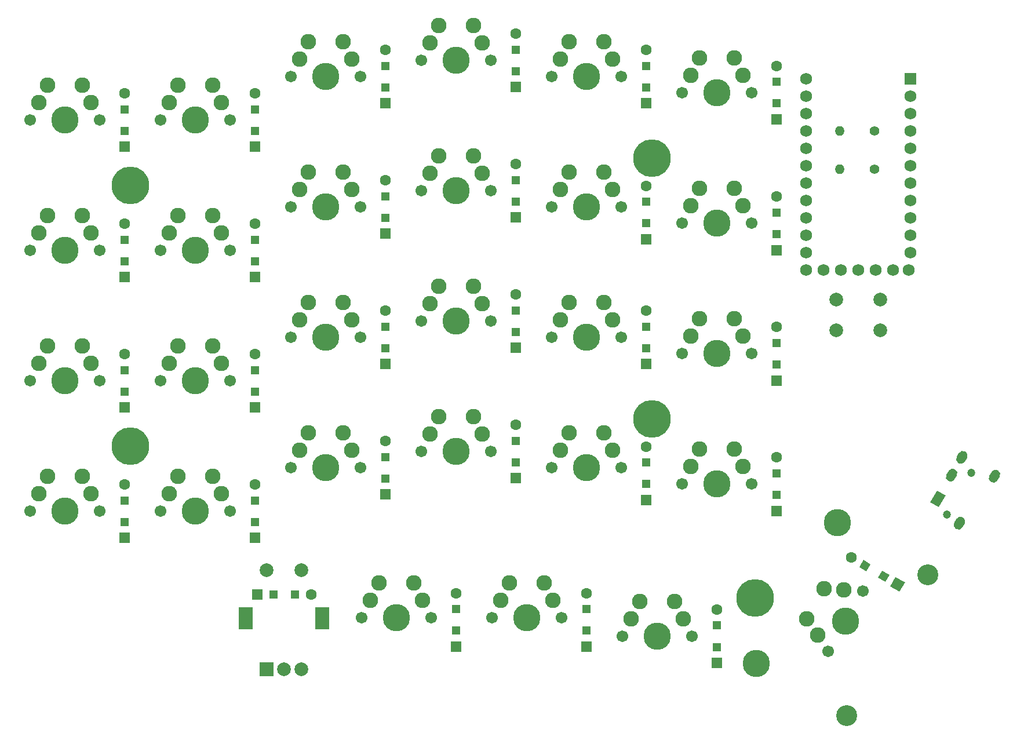
<source format=gbr>
%TF.GenerationSoftware,KiCad,Pcbnew,(5.1.9-0-10_14)*%
%TF.CreationDate,2021-04-25T18:40:37-05:00*%
%TF.ProjectId,wren-plain,7772656e-2d70-46c6-9169-6e2e6b696361,rev?*%
%TF.SameCoordinates,Original*%
%TF.FileFunction,Soldermask,Bot*%
%TF.FilePolarity,Negative*%
%FSLAX46Y46*%
G04 Gerber Fmt 4.6, Leading zero omitted, Abs format (unit mm)*
G04 Created by KiCad (PCBNEW (5.1.9-0-10_14)) date 2021-04-25 18:40:37*
%MOMM*%
%LPD*%
G01*
G04 APERTURE LIST*
%ADD10C,1.701800*%
%ADD11C,2.286000*%
%ADD12C,3.987800*%
%ADD13C,3.048000*%
%ADD14C,1.752600*%
%ADD15R,1.752600X1.752600*%
%ADD16C,1.600000*%
%ADD17R,1.600000X1.600000*%
%ADD18R,1.200000X1.200000*%
%ADD19C,5.500000*%
%ADD20O,1.400000X1.400000*%
%ADD21C,1.400000*%
%ADD22C,0.100000*%
%ADD23C,2.000000*%
%ADD24R,2.000000X3.200000*%
%ADD25R,2.000000X2.000000*%
%ADD26C,1.200000*%
G04 APERTURE END LIST*
D10*
%TO.C,MX6*%
X120332500Y-36512500D03*
X130492500Y-36512500D03*
D11*
X121602500Y-33972500D03*
D12*
X125412500Y-36512500D03*
D11*
X127952500Y-31432500D03*
X122872500Y-31432500D03*
X129222500Y-33972500D03*
%TD*%
D10*
%TO.C,MX36*%
X120332500Y-93662500D03*
X130492500Y-93662500D03*
D11*
X121602500Y-91122500D03*
D12*
X125412500Y-93662500D03*
D11*
X127952500Y-88582500D03*
X122872500Y-88582500D03*
X129222500Y-91122500D03*
%TD*%
D13*
%TO.C,REF\u002A\u002A*%
X251483187Y-102946548D03*
X239583187Y-123557952D03*
D12*
X238284960Y-95326548D03*
X226384960Y-115937952D03*
%TD*%
D10*
%TO.C,MX41*%
X236944000Y-114159159D03*
X242024000Y-105360341D03*
D11*
X235379295Y-111789307D03*
D12*
X239484000Y-109759750D03*
D11*
X236354591Y-105020045D03*
X233814591Y-109419455D03*
X239189295Y-105190193D03*
%TD*%
D10*
%TO.C,MX15*%
X139382500Y-55562500D03*
X149542500Y-55562500D03*
D11*
X140652500Y-53022500D03*
D12*
X144462500Y-55562500D03*
D11*
X147002500Y-50482500D03*
X141922500Y-50482500D03*
X148272500Y-53022500D03*
%TD*%
D10*
%TO.C,MX44*%
X168745000Y-109251750D03*
X178905000Y-109251750D03*
D11*
X170015000Y-106711750D03*
D12*
X173825000Y-109251750D03*
D11*
X176365000Y-104171750D03*
X171285000Y-104171750D03*
X177635000Y-106711750D03*
%TD*%
D10*
%TO.C,MX43*%
X187795000Y-109251750D03*
X197955000Y-109251750D03*
D11*
X189065000Y-106711750D03*
D12*
X192875000Y-109251750D03*
D11*
X195415000Y-104171750D03*
X190335000Y-104171750D03*
X196685000Y-106711750D03*
%TD*%
D10*
%TO.C,MX42*%
X206845000Y-111918750D03*
X217005000Y-111918750D03*
D11*
X208115000Y-109378750D03*
D12*
X211925000Y-111918750D03*
D11*
X214465000Y-106838750D03*
X209385000Y-106838750D03*
X215735000Y-109378750D03*
%TD*%
D10*
%TO.C,MX35*%
X139382500Y-93662500D03*
X149542500Y-93662500D03*
D11*
X140652500Y-91122500D03*
D12*
X144462500Y-93662500D03*
D11*
X147002500Y-88582500D03*
X141922500Y-88582500D03*
X148272500Y-91122500D03*
%TD*%
D10*
%TO.C,MX34*%
X158432500Y-87312500D03*
X168592500Y-87312500D03*
D11*
X159702500Y-84772500D03*
D12*
X163512500Y-87312500D03*
D11*
X166052500Y-82232500D03*
X160972500Y-82232500D03*
X167322500Y-84772500D03*
%TD*%
D10*
%TO.C,MX33*%
X177482500Y-84931250D03*
X187642500Y-84931250D03*
D11*
X178752500Y-82391250D03*
D12*
X182562500Y-84931250D03*
D11*
X185102500Y-79851250D03*
X180022500Y-79851250D03*
X186372500Y-82391250D03*
%TD*%
D10*
%TO.C,MX32*%
X196532500Y-87312500D03*
X206692500Y-87312500D03*
D11*
X197802500Y-84772500D03*
D12*
X201612500Y-87312500D03*
D11*
X204152500Y-82232500D03*
X199072500Y-82232500D03*
X205422500Y-84772500D03*
%TD*%
D10*
%TO.C,MX31*%
X215582500Y-89693750D03*
X225742500Y-89693750D03*
D11*
X216852500Y-87153750D03*
D12*
X220662500Y-89693750D03*
D11*
X223202500Y-84613750D03*
X218122500Y-84613750D03*
X224472500Y-87153750D03*
%TD*%
D10*
%TO.C,MX26*%
X120332500Y-74612500D03*
X130492500Y-74612500D03*
D11*
X121602500Y-72072500D03*
D12*
X125412500Y-74612500D03*
D11*
X127952500Y-69532500D03*
X122872500Y-69532500D03*
X129222500Y-72072500D03*
%TD*%
D10*
%TO.C,MX25*%
X139382500Y-74612500D03*
X149542500Y-74612500D03*
D11*
X140652500Y-72072500D03*
D12*
X144462500Y-74612500D03*
D11*
X147002500Y-69532500D03*
X141922500Y-69532500D03*
X148272500Y-72072500D03*
%TD*%
D10*
%TO.C,MX24*%
X158432500Y-68262500D03*
X168592500Y-68262500D03*
D11*
X159702500Y-65722500D03*
D12*
X163512500Y-68262500D03*
D11*
X166052500Y-63182500D03*
X160972500Y-63182500D03*
X167322500Y-65722500D03*
%TD*%
D10*
%TO.C,MX23*%
X177482500Y-65881250D03*
X187642500Y-65881250D03*
D11*
X178752500Y-63341250D03*
D12*
X182562500Y-65881250D03*
D11*
X185102500Y-60801250D03*
X180022500Y-60801250D03*
X186372500Y-63341250D03*
%TD*%
D10*
%TO.C,MX22*%
X196532500Y-68262500D03*
X206692500Y-68262500D03*
D11*
X197802500Y-65722500D03*
D12*
X201612500Y-68262500D03*
D11*
X204152500Y-63182500D03*
X199072500Y-63182500D03*
X205422500Y-65722500D03*
%TD*%
D10*
%TO.C,MX21*%
X215582500Y-70643750D03*
X225742500Y-70643750D03*
D11*
X216852500Y-68103750D03*
D12*
X220662500Y-70643750D03*
D11*
X223202500Y-65563750D03*
X218122500Y-65563750D03*
X224472500Y-68103750D03*
%TD*%
D10*
%TO.C,MX16*%
X120332500Y-55562500D03*
X130492500Y-55562500D03*
D11*
X121602500Y-53022500D03*
D12*
X125412500Y-55562500D03*
D11*
X127952500Y-50482500D03*
X122872500Y-50482500D03*
X129222500Y-53022500D03*
%TD*%
D10*
%TO.C,MX14*%
X158432500Y-49212500D03*
X168592500Y-49212500D03*
D11*
X159702500Y-46672500D03*
D12*
X163512500Y-49212500D03*
D11*
X166052500Y-44132500D03*
X160972500Y-44132500D03*
X167322500Y-46672500D03*
%TD*%
D10*
%TO.C,MX13*%
X177482500Y-46831250D03*
X187642500Y-46831250D03*
D11*
X178752500Y-44291250D03*
D12*
X182562500Y-46831250D03*
D11*
X185102500Y-41751250D03*
X180022500Y-41751250D03*
X186372500Y-44291250D03*
%TD*%
D10*
%TO.C,MX12*%
X196532500Y-49212500D03*
X206692500Y-49212500D03*
D11*
X197802500Y-46672500D03*
D12*
X201612500Y-49212500D03*
D11*
X204152500Y-44132500D03*
X199072500Y-44132500D03*
X205422500Y-46672500D03*
%TD*%
D10*
%TO.C,MX11*%
X215582500Y-51593750D03*
X225742500Y-51593750D03*
D11*
X216852500Y-49053750D03*
D12*
X220662500Y-51593750D03*
D11*
X223202500Y-46513750D03*
X218122500Y-46513750D03*
X224472500Y-49053750D03*
%TD*%
D10*
%TO.C,MX5*%
X139382500Y-36512500D03*
X149542500Y-36512500D03*
D11*
X140652500Y-33972500D03*
D12*
X144462500Y-36512500D03*
D11*
X147002500Y-31432500D03*
X141922500Y-31432500D03*
X148272500Y-33972500D03*
%TD*%
D10*
%TO.C,MX4*%
X158432500Y-30162500D03*
X168592500Y-30162500D03*
D11*
X159702500Y-27622500D03*
D12*
X163512500Y-30162500D03*
D11*
X166052500Y-25082500D03*
X160972500Y-25082500D03*
X167322500Y-27622500D03*
%TD*%
D10*
%TO.C,MX3*%
X177482500Y-27781250D03*
X187642500Y-27781250D03*
D11*
X178752500Y-25241250D03*
D12*
X182562500Y-27781250D03*
D11*
X185102500Y-22701250D03*
X180022500Y-22701250D03*
X186372500Y-25241250D03*
%TD*%
D10*
%TO.C,MX2*%
X196532500Y-30162500D03*
X206692500Y-30162500D03*
D11*
X197802500Y-27622500D03*
D12*
X201612500Y-30162500D03*
D11*
X204152500Y-25082500D03*
X199072500Y-25082500D03*
X205422500Y-27622500D03*
%TD*%
D10*
%TO.C,MX1*%
X215582500Y-32543750D03*
X225742500Y-32543750D03*
D11*
X216852500Y-30003750D03*
D12*
X220662500Y-32543750D03*
D11*
X223202500Y-27463750D03*
X218122500Y-27463750D03*
X224472500Y-30003750D03*
%TD*%
D14*
%TO.C,U1*%
X246380000Y-58420000D03*
X243840000Y-58420000D03*
X241300000Y-58420000D03*
X238760000Y-58420000D03*
X236220000Y-58420000D03*
X233680000Y-30480000D03*
X248691400Y-58420000D03*
X233680000Y-33020000D03*
X233680000Y-35560000D03*
X233680000Y-38100000D03*
X233680000Y-40640000D03*
X233680000Y-43180000D03*
X233680000Y-45720000D03*
X233680000Y-48260000D03*
X233680000Y-50800000D03*
X233680000Y-53340000D03*
X233680000Y-55880000D03*
X233680000Y-58420000D03*
X248920000Y-55880000D03*
X248920000Y-53340000D03*
X248920000Y-50800000D03*
X248920000Y-48260000D03*
X248920000Y-45720000D03*
X248920000Y-43180000D03*
X248920000Y-40640000D03*
X248920000Y-38100000D03*
X248920000Y-35560000D03*
X248920000Y-33020000D03*
D15*
X248920000Y-30480000D03*
%TD*%
D16*
%TO.C,D43*%
X201609500Y-105637500D03*
D17*
X201609500Y-113437500D03*
D18*
X201609500Y-111112500D03*
X201609500Y-107962500D03*
%TD*%
D19*
%TO.C,H5*%
X134937500Y-84137500D03*
%TD*%
%TO.C,H4*%
X226212500Y-106362500D03*
%TD*%
%TO.C,H3*%
X211137500Y-42068750D03*
%TD*%
%TO.C,H2*%
X134937500Y-46037500D03*
%TD*%
%TO.C,H1*%
X211131250Y-80168750D03*
%TD*%
D20*
%TO.C,R2*%
X238585000Y-43656250D03*
D21*
X243665000Y-43656250D03*
%TD*%
D20*
%TO.C,R1*%
X238585000Y-38100000D03*
D21*
X243665000Y-38100000D03*
%TD*%
D16*
%TO.C,D45*%
X161342000Y-105822750D03*
D17*
X153542000Y-105822750D03*
D18*
X155867000Y-105822750D03*
X159017000Y-105822750D03*
%TD*%
D16*
%TO.C,D44*%
X182562500Y-105637500D03*
D17*
X182562500Y-113437500D03*
D18*
X182562500Y-111112500D03*
X182562500Y-107962500D03*
%TD*%
D16*
%TO.C,D42*%
X220653500Y-108018750D03*
D17*
X220653500Y-115818750D03*
D18*
X220653500Y-113493750D03*
X220653500Y-110343750D03*
%TD*%
D16*
%TO.C,D41*%
X240290501Y-100443750D03*
D22*
G36*
X248138319Y-104050930D02*
G01*
X247338319Y-105436570D01*
X245952679Y-104636570D01*
X246752679Y-103250930D01*
X248138319Y-104050930D01*
G37*
G36*
X245851605Y-102961635D02*
G01*
X245251605Y-104000865D01*
X244212375Y-103400865D01*
X244812375Y-102361635D01*
X245851605Y-102961635D01*
G37*
G36*
X243123625Y-101386635D02*
G01*
X242523625Y-102425865D01*
X241484395Y-101825865D01*
X242084395Y-100786635D01*
X243123625Y-101386635D01*
G37*
%TD*%
D16*
%TO.C,D36*%
X134162000Y-89762500D03*
D17*
X134162000Y-97562500D03*
D18*
X134162000Y-95237500D03*
X134162000Y-92087500D03*
%TD*%
D16*
%TO.C,D35*%
X153206000Y-89762500D03*
D17*
X153206000Y-97562500D03*
D18*
X153206000Y-95237500D03*
X153206000Y-92087500D03*
%TD*%
D16*
%TO.C,D34*%
X172250000Y-83412500D03*
D17*
X172250000Y-91212500D03*
D18*
X172250000Y-88887500D03*
X172250000Y-85737500D03*
%TD*%
D16*
%TO.C,D33*%
X191294000Y-81031250D03*
D17*
X191294000Y-88831250D03*
D18*
X191294000Y-86506250D03*
X191294000Y-83356250D03*
%TD*%
D16*
%TO.C,D32*%
X210338000Y-84206250D03*
D17*
X210338000Y-92006250D03*
D18*
X210338000Y-89681250D03*
X210338000Y-86531250D03*
%TD*%
D16*
%TO.C,D31*%
X229382000Y-85793750D03*
D17*
X229382000Y-93593750D03*
D18*
X229382000Y-91268750D03*
X229382000Y-88118750D03*
%TD*%
D16*
%TO.C,D26*%
X134162000Y-70712500D03*
D17*
X134162000Y-78512500D03*
D18*
X134162000Y-76187500D03*
X134162000Y-73037500D03*
%TD*%
D16*
%TO.C,D25*%
X153206000Y-70712500D03*
D17*
X153206000Y-78512500D03*
D18*
X153206000Y-76187500D03*
X153206000Y-73037500D03*
%TD*%
D16*
%TO.C,D24*%
X172250000Y-64362500D03*
D17*
X172250000Y-72162500D03*
D18*
X172250000Y-69837500D03*
X172250000Y-66687500D03*
%TD*%
D16*
%TO.C,D23*%
X191294000Y-61981250D03*
D17*
X191294000Y-69781250D03*
D18*
X191294000Y-67456250D03*
X191294000Y-64306250D03*
%TD*%
D16*
%TO.C,D22*%
X210338000Y-64362500D03*
D17*
X210338000Y-72162500D03*
D18*
X210338000Y-69837500D03*
X210338000Y-66687500D03*
%TD*%
D16*
%TO.C,D21*%
X229382000Y-66743750D03*
D17*
X229382000Y-74543750D03*
D18*
X229382000Y-72218750D03*
X229382000Y-69068750D03*
%TD*%
D16*
%TO.C,D16*%
X134162000Y-51662500D03*
D17*
X134162000Y-59462500D03*
D18*
X134162000Y-57137500D03*
X134162000Y-53987500D03*
%TD*%
D16*
%TO.C,D15*%
X153206000Y-51662500D03*
D17*
X153206000Y-59462500D03*
D18*
X153206000Y-57137500D03*
X153206000Y-53987500D03*
%TD*%
D16*
%TO.C,D14*%
X172250000Y-45312500D03*
D17*
X172250000Y-53112500D03*
D18*
X172250000Y-50787500D03*
X172250000Y-47637500D03*
%TD*%
D16*
%TO.C,D13*%
X191294000Y-42931250D03*
D17*
X191294000Y-50731250D03*
D18*
X191294000Y-48406250D03*
X191294000Y-45256250D03*
%TD*%
D16*
%TO.C,D12*%
X210338000Y-46106250D03*
D17*
X210338000Y-53906250D03*
D18*
X210338000Y-51581250D03*
X210338000Y-48431250D03*
%TD*%
D16*
%TO.C,D11*%
X229382000Y-47693750D03*
D17*
X229382000Y-55493750D03*
D18*
X229382000Y-53168750D03*
X229382000Y-50018750D03*
%TD*%
D16*
%TO.C,D6*%
X134162000Y-32612500D03*
D17*
X134162000Y-40412500D03*
D18*
X134162000Y-38087500D03*
X134162000Y-34937500D03*
%TD*%
D16*
%TO.C,D5*%
X153206000Y-32612500D03*
D17*
X153206000Y-40412500D03*
D18*
X153206000Y-38087500D03*
X153206000Y-34937500D03*
%TD*%
D16*
%TO.C,D4*%
X172250000Y-26262500D03*
D17*
X172250000Y-34062500D03*
D18*
X172250000Y-31737500D03*
X172250000Y-28587500D03*
%TD*%
D16*
%TO.C,D3*%
X191294000Y-23881250D03*
D17*
X191294000Y-31681250D03*
D18*
X191294000Y-29356250D03*
X191294000Y-26206250D03*
%TD*%
D16*
%TO.C,D2*%
X210338000Y-26262500D03*
D17*
X210338000Y-34062500D03*
D18*
X210338000Y-31737500D03*
X210338000Y-28587500D03*
%TD*%
D16*
%TO.C,D1*%
X229382000Y-28581250D03*
D17*
X229382000Y-36381250D03*
D18*
X229382000Y-34056250D03*
X229382000Y-30906250D03*
%TD*%
D23*
%TO.C,ENC1*%
X159902000Y-102266750D03*
X154902000Y-102266750D03*
D24*
X163002000Y-109266750D03*
X151802000Y-109266750D03*
D23*
X159902000Y-116766750D03*
X157402000Y-116766750D03*
D25*
X154902000Y-116766750D03*
%TD*%
D23*
%TO.C,SW0*%
X244561500Y-62706250D03*
X244561500Y-67206250D03*
X238061500Y-62706250D03*
X238061500Y-67206250D03*
%TD*%
D26*
%TO.C,J1*%
X254287858Y-94128583D03*
X257787858Y-88066405D03*
G36*
G01*
X256946000Y-84924546D02*
X256946000Y-84924546D01*
G75*
G02*
X257202218Y-85880764I-350000J-606218D01*
G01*
X256902218Y-86400380D01*
G75*
G02*
X255946000Y-86656598I-606218J350000D01*
G01*
X255946000Y-86656598D01*
G75*
G02*
X255689782Y-85700380I350000J606218D01*
G01*
X255989782Y-85180764D01*
G75*
G02*
X256946000Y-84924546I606218J-350000D01*
G01*
G37*
G36*
G01*
X255446000Y-87522622D02*
X255446000Y-87522622D01*
G75*
G02*
X255702218Y-88478840I-350000J-606218D01*
G01*
X255402218Y-88998456D01*
G75*
G02*
X254446000Y-89254674I-606218J350000D01*
G01*
X254446000Y-89254674D01*
G75*
G02*
X254189782Y-88298456I350000J606218D01*
G01*
X254489782Y-87778840D01*
G75*
G02*
X255446000Y-87522622I606218J-350000D01*
G01*
G37*
D22*
G36*
X252839782Y-90636725D02*
G01*
X254052218Y-91336725D01*
X253052218Y-93068775D01*
X251839782Y-92368775D01*
X252839782Y-90636725D01*
G37*
G36*
G01*
X256593114Y-94535762D02*
X256593114Y-94535762D01*
G75*
G02*
X256849332Y-95491980I-350000J-606218D01*
G01*
X256549332Y-96011596D01*
G75*
G02*
X255593114Y-96267814I-606218J350000D01*
G01*
X255593114Y-96267814D01*
G75*
G02*
X255336896Y-95311596I350000J606218D01*
G01*
X255636896Y-94791980D01*
G75*
G02*
X256593114Y-94535762I606218J-350000D01*
G01*
G37*
G36*
G01*
X261709140Y-87674546D02*
X261709140Y-87674546D01*
G75*
G02*
X261965358Y-88630764I-350000J-606218D01*
G01*
X261665358Y-89150380D01*
G75*
G02*
X260709140Y-89406598I-606218J350000D01*
G01*
X260709140Y-89406598D01*
G75*
G02*
X260452922Y-88450380I350000J606218D01*
G01*
X260752922Y-87930764D01*
G75*
G02*
X261709140Y-87674546I606218J-350000D01*
G01*
G37*
%TD*%
M02*

</source>
